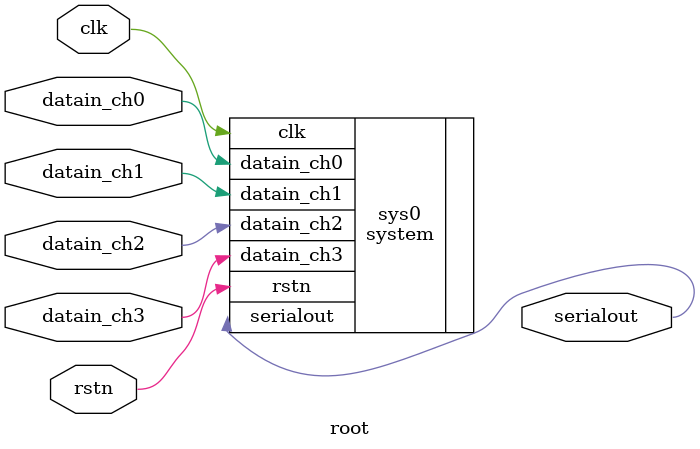
<source format=v>
/*
 * L O S T -- Logger Of Signal Transitions
 * Version 1.0, 10/11/2015
 *
 * Copyright 2015, Stephen A. Rodgers. All rights reserved.
 * Copyright 2015, Jim Dixon <jim@lambdatel.com>
 *
 * 
 * This program is free software; you can redistribute it and/or modify
 * it under the terms of the GNU General Public License as published by
 * the Free Software Foundation; either version 2 of the License, or
 * (at your option) any later version.
 * 
 * This program is distributed in the hope that it will be useful,
 * but WITHOUT ANY WARRANTY; without even the implied warranty of
 * MERCHANTABILITY or FITNESS FOR A PARTICULAR PURPOSE.  See the
 * GNU General Public License for more details.
 * 
 * You should have received a copy of the GNU General Public License
 * along with this program; if not, write to the Free Software
 * Foundation, Inc., 51 Franklin Street, Fifth Floor, Boston,
 * MA 02110-1301, USA.
 * 
 */
 
 /*
 * This is the top level or 'root' of the design.
 *
 * This level should contain device-specific changes, signal inversions,
 * tri-state and testability logic.
 *
 * For example, PLL's and other device specific things would
 * be instantiated at this level. 
 *
 *
 * Modules further down in the heirarchy should be generic so that
 * different FPGA's can be retargeted with minimal fuss.
 *
 */
 
 `include "config.h"
 
 `ifndef USEPLL // For PLL-less operation
  
module root(clk, rstn, datain_ch0, datain_ch1, datain_ch2, datain_ch3, serialout);
	input clk;
	input rstn;
	input datain_ch0;
	input datain_ch1;
	input datain_ch2;
	input datain_ch3;
	output serialout;
	
	system sys0(
		.clk(clk),
		.rstn(rstn),
		.datain_ch0(datain_ch0),
		.datain_ch1(datain_ch1),
		.datain_ch2(datain_ch2),
		.datain_ch3(datain_ch3),
		.serialout(serialout)
	);

endmodule

`else  // otherwise, generate with PLL

module root(clk, rstn, datain_ch0, datain_ch1, datain_ch2, datain_ch3, serialout, clk20, locked);
	input clk;
	input rstn;
	input datain_ch0;
	input datain_ch1;
	input datain_ch2;
	input datain_ch3;
	output serialout;
	output clk20;
	output locked;
	wire fbouttofbin;
	wire clk100;
	wire rstn_int;
	wire locked_int;
	wire CLKOUT2;
	wire CLKOUT3;
	wire CLKOUT4;
	wire CLKOUT5;
					
	system sys0(
		.clk(clk100),
		.rstn(rstn_int),
		.datain_ch0(datain_ch0),
		.datain_ch1(datain_ch1),
		.datain_ch2(datain_ch2),
		.datain_ch3(datain_ch3),
		.serialout(serialout)
	);
	
	
  PLL_BASE #(
	.BANDWIDTH("OPTIMIZED"), // "HIGH", "LOW" or "OPTIMIZED"
	.CLKFBOUT_MULT(`PLL_MULT), // Multiplication factor for all output clocks
	.CLKFBOUT_PHASE(0.0), // Phase shift (degrees) of all output clocks
	.CLKIN_PERIOD(`PLL_CLKIN_PERIOD), // Clock period (ns) of input clock on CLKIN
	.CLKOUT0_DIVIDE(`PLL_CLKDIV_MAIN), // Division factor for CLKOUT0 (1 to 128)
	.CLKOUT0_DUTY_CYCLE(0.5), // Duty cycle for CLKOUT0 (0.01 to 0.99)
	.CLKOUT0_PHASE(0.0), // Phase shift (degrees) for CLKOUT0 (0.0 to 360.0)
	.CLKOUT1_DIVIDE(`PLL_CLKDIV_AUX), // Division factor for CLKOUT1 (1 to 128)
	.CLKOUT1_DUTY_CYCLE(0.5), // Duty cycle for CLKOUT1 (0.01 to 0.99)
	.CLKOUT1_PHASE(0.0), // Phase shift (degrees) for CLKOUT1 (0.0 to 360.0)
	.CLKOUT2_DIVIDE(1), // Division factor for CLKOUT2 (1 to 128)
	.CLKOUT2_DUTY_CYCLE(0.5), // Duty cycle for CLKOUT2 (0.01 to 0.99)
	.CLKOUT2_PHASE(0.0), // Phase shift (degrees) for CLKOUT2 (0.0 to 360.0)
	.CLKOUT3_DIVIDE(1), // Division factor for CLKOUT3 (1 to 128)
	.CLKOUT3_DUTY_CYCLE(0.5), // Duty cycle for CLKOUT3 (0.01 to 0.99)
	.CLKOUT3_PHASE(0.0), // Phase shift (degrees) for CLKOUT3 (0.0 to 360.0)
	.CLKOUT4_DIVIDE(1), // Division factor for CLKOUT4 (1 to 128)
	.CLKOUT4_DUTY_CYCLE(0.5), // Duty cycle for CLKOUT4 (0.01 to 0.99)
	.CLKOUT4_PHASE(0.0), // Phase shift (degrees) for CLKOUT4 (0.0 to 360.0)
	.CLKOUT5_DIVIDE(1), // Division factor for CLKOUT5 (1 to 128)
	.CLKOUT5_DUTY_CYCLE(0.5), // Duty cycle for CLKOUT5 (0.01 to 0.99)
	.CLKOUT5_PHASE(0.0), // Phase shift (degrees) for CLKOUT5 (0.0 to 360.0)
	.COMPENSATION("SYSTEM_SYNCHRONOUS"), // "SYSTEM_SYNCHRONOUS",
	// "SOURCE_SYNCHRONOUS", "INTERNAL", "EXTERNAL",
	// "DCM2PLL", "PLL2DCM"
	.DIVCLK_DIVIDE(1), // Division factor for all clocks (1 to 52)
	.REF_JITTER(0.100) // Input reference jitter (0.000 to 0.999 UI%)
	) PLL_BASE_inst (
		.CLKFBOUT(fbouttofbin), // General output feedback signal
		.CLKOUT0(clk100), // One of six general clock output signals
		.CLKOUT1(clk20), // One of six general clock output signals
		.CLKOUT2(CLKOUT2), // One of six general clock output signals
		.CLKOUT3(CLKOUT3), // One of six general clock output signals
		.CLKOUT4(CLKOUT4), // One of six general clock output signals
		.CLKOUT5(CLKOUT5), // One of six general clock output signals
		.LOCKED(locked_int), // Active high PLL lock signal
		.CLKFBIN(fbouttofbin), // Clock feedback input
		.CLKIN(clk), // Clock input
		.RST(~rstn) // Asynchronous PLL reset
	);
	
	assign locked = locked_int;
	assign rstn_int = rstn & locked_int;
		

endmodule


`endif

  


	

</source>
